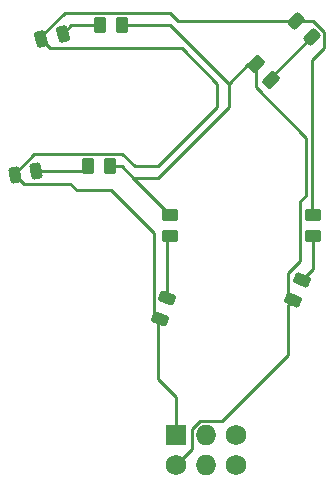
<source format=gbl>
G04 #@! TF.GenerationSoftware,KiCad,Pcbnew,(6.0.10-0)*
G04 #@! TF.CreationDate,2023-06-21T21:42:54+02:00*
G04 #@! TF.ProjectId,SwiftLeeds,53776966-744c-4656-9564-732e6b696361,rev?*
G04 #@! TF.SameCoordinates,Original*
G04 #@! TF.FileFunction,Copper,L2,Bot*
G04 #@! TF.FilePolarity,Positive*
%FSLAX46Y46*%
G04 Gerber Fmt 4.6, Leading zero omitted, Abs format (unit mm)*
G04 Created by KiCad (PCBNEW (6.0.10-0)) date 2023-06-21 21:42:54*
%MOMM*%
%LPD*%
G01*
G04 APERTURE LIST*
G04 Aperture macros list*
%AMRoundRect*
0 Rectangle with rounded corners*
0 $1 Rounding radius*
0 $2 $3 $4 $5 $6 $7 $8 $9 X,Y pos of 4 corners*
0 Add a 4 corners polygon primitive as box body*
4,1,4,$2,$3,$4,$5,$6,$7,$8,$9,$2,$3,0*
0 Add four circle primitives for the rounded corners*
1,1,$1+$1,$2,$3*
1,1,$1+$1,$4,$5*
1,1,$1+$1,$6,$7*
1,1,$1+$1,$8,$9*
0 Add four rect primitives between the rounded corners*
20,1,$1+$1,$2,$3,$4,$5,0*
20,1,$1+$1,$4,$5,$6,$7,0*
20,1,$1+$1,$6,$7,$8,$9,0*
20,1,$1+$1,$8,$9,$2,$3,0*%
G04 Aperture macros list end*
G04 #@! TA.AperFunction,ComponentPad*
%ADD10R,1.727200X1.727200*%
G04 #@! TD*
G04 #@! TA.AperFunction,ComponentPad*
%ADD11C,1.727200*%
G04 #@! TD*
G04 #@! TA.AperFunction,ComponentPad*
%ADD12O,1.727200X1.727200*%
G04 #@! TD*
G04 #@! TA.AperFunction,SMDPad,CuDef*
%ADD13RoundRect,0.243750X0.117358X0.503791X-0.353531X0.377617X-0.117358X-0.503791X0.353531X-0.377617X0*%
G04 #@! TD*
G04 #@! TA.AperFunction,SMDPad,CuDef*
%ADD14RoundRect,0.250000X0.262500X0.450000X-0.262500X0.450000X-0.262500X-0.450000X0.262500X-0.450000X0*%
G04 #@! TD*
G04 #@! TA.AperFunction,SMDPad,CuDef*
%ADD15RoundRect,0.243750X0.324740X-0.402644X0.515221X0.046102X-0.324740X0.402644X-0.515221X-0.046102X0*%
G04 #@! TD*
G04 #@! TA.AperFunction,SMDPad,CuDef*
%ADD16RoundRect,0.243750X0.160820X0.491645X-0.319274X0.406992X-0.160820X-0.491645X0.319274X-0.406992X0*%
G04 #@! TD*
G04 #@! TA.AperFunction,SMDPad,CuDef*
%ADD17RoundRect,0.250000X-0.503814X-0.132583X-0.132583X-0.503814X0.503814X0.132583X0.132583X0.503814X0*%
G04 #@! TD*
G04 #@! TA.AperFunction,SMDPad,CuDef*
%ADD18RoundRect,0.243750X-0.345367X0.385097X-0.512102X-0.073003X0.345367X-0.385097X0.512102X0.073003X0*%
G04 #@! TD*
G04 #@! TA.AperFunction,SMDPad,CuDef*
%ADD19RoundRect,0.243750X0.494975X0.150260X0.150260X0.494975X-0.494975X-0.150260X-0.150260X-0.494975X0*%
G04 #@! TD*
G04 #@! TA.AperFunction,SMDPad,CuDef*
%ADD20RoundRect,0.250000X0.450000X-0.262500X0.450000X0.262500X-0.450000X0.262500X-0.450000X-0.262500X0*%
G04 #@! TD*
G04 #@! TA.AperFunction,SMDPad,CuDef*
%ADD21RoundRect,0.250000X-0.450000X0.262500X-0.450000X-0.262500X0.450000X-0.262500X0.450000X0.262500X0*%
G04 #@! TD*
G04 #@! TA.AperFunction,Conductor*
%ADD22C,0.250000*%
G04 #@! TD*
G04 APERTURE END LIST*
D10*
X164520000Y-92750000D03*
D11*
X164520000Y-95290000D03*
D12*
X167060000Y-92750000D03*
X167060000Y-95290000D03*
D11*
X169600000Y-92750000D03*
X169600000Y-95290000D03*
D13*
X153094445Y-59242643D03*
X154905555Y-58757357D03*
D14*
X158912500Y-70000000D03*
X157087500Y-70000000D03*
D15*
X174426350Y-81332985D03*
X175158970Y-79607039D03*
D16*
X152693084Y-70355906D03*
X150846570Y-70681496D03*
D17*
X171267265Y-61354765D03*
X172557735Y-62645235D03*
D18*
X163138610Y-82880962D03*
X163779898Y-81119038D03*
D19*
X176000000Y-59000000D03*
X174674174Y-57674174D03*
D20*
X176125000Y-75912500D03*
X176125000Y-74087500D03*
D14*
X159912500Y-58000000D03*
X158087500Y-58000000D03*
D21*
X164000000Y-74087500D03*
X164000000Y-75912500D03*
D22*
X175550000Y-67550000D02*
X175550000Y-72450000D01*
X171267265Y-61354765D02*
X171267265Y-63267265D01*
X171267265Y-63267265D02*
X175550000Y-67550000D01*
X176000000Y-59000000D02*
X172557735Y-62442265D01*
X172557735Y-62442265D02*
X172557735Y-62645235D01*
X174674174Y-57674174D02*
X176123743Y-57674174D01*
X176123743Y-57674174D02*
X177063725Y-58614156D01*
X177063725Y-58614156D02*
X177063725Y-59936275D01*
X175000000Y-78000000D02*
X174000000Y-79000000D01*
X174000000Y-79000000D02*
X174000000Y-80906635D01*
X175000000Y-73000000D02*
X175000000Y-78000000D01*
X174000000Y-80906635D02*
X174426350Y-81332985D01*
X175550000Y-72450000D02*
X175000000Y-73000000D01*
X175158970Y-79607039D02*
X176125000Y-78641009D01*
X176125000Y-78641009D02*
X176125000Y-75912500D01*
X164520000Y-95290000D02*
X165871400Y-93938600D01*
X165871400Y-92257665D02*
X166567665Y-91561400D01*
X166567665Y-91561400D02*
X168438600Y-91561400D01*
X168438600Y-91561400D02*
X174000000Y-86000000D01*
X165871400Y-93938600D02*
X165871400Y-92257665D01*
X174000000Y-86000000D02*
X174000000Y-81759335D01*
X174000000Y-81759335D02*
X174426350Y-81332985D01*
X175000000Y-79448069D02*
X175158970Y-79607039D01*
X169000000Y-63000000D02*
X170645235Y-61354765D01*
X170645235Y-61354765D02*
X171267265Y-61354765D01*
X159912500Y-58000000D02*
X164000000Y-58000000D01*
X164000000Y-58000000D02*
X169000000Y-63000000D01*
X154905555Y-58757357D02*
X155662912Y-58000000D01*
X155662912Y-58000000D02*
X158087500Y-58000000D01*
X169000000Y-65000000D02*
X169000000Y-63000000D01*
X160956250Y-71043750D02*
X164000000Y-74087500D01*
X160956250Y-71043750D02*
X161000000Y-71000000D01*
X161000000Y-71000000D02*
X163000000Y-71000000D01*
X159912500Y-70000000D02*
X160956250Y-71043750D01*
X163000000Y-71000000D02*
X169000000Y-65000000D01*
X158912500Y-70000000D02*
X159912500Y-70000000D01*
X152693084Y-70355906D02*
X156731594Y-70355906D01*
X156731594Y-70355906D02*
X157087500Y-70000000D01*
X163138610Y-82880962D02*
X162652771Y-82395123D01*
X162652771Y-82395123D02*
X162652771Y-75652771D01*
X162652771Y-75652771D02*
X159000000Y-72000000D01*
X156102862Y-72000000D02*
X155551431Y-71448569D01*
X159000000Y-72000000D02*
X156102862Y-72000000D01*
X155551431Y-71448569D02*
X151613643Y-71448569D01*
X151613643Y-71448569D02*
X150846570Y-70681496D01*
X163779898Y-81119038D02*
X163779898Y-76132602D01*
X163779898Y-76132602D02*
X164000000Y-75912500D01*
X161000000Y-70000000D02*
X163000000Y-70000000D01*
X164674174Y-57674174D02*
X174674174Y-57674174D01*
X163000000Y-88000000D02*
X163000000Y-83019572D01*
X168000000Y-65000000D02*
X168000000Y-63000000D01*
X153094445Y-59242643D02*
X153094445Y-58974162D01*
X153094445Y-58974162D02*
X155093607Y-56975000D01*
X165000000Y-60000000D02*
X153851802Y-60000000D01*
X152497755Y-68975000D02*
X159975000Y-68975000D01*
X150846570Y-70681496D02*
X150846570Y-70626185D01*
X150846570Y-70626185D02*
X152497755Y-68975000D01*
X153851802Y-60000000D02*
X153094445Y-59242643D01*
X159975000Y-68975000D02*
X161000000Y-70000000D01*
X163975000Y-56975000D02*
X164674174Y-57674174D01*
X163000000Y-83019572D02*
X163138610Y-82880962D01*
X155093607Y-56975000D02*
X163975000Y-56975000D01*
X164520000Y-89520000D02*
X163000000Y-88000000D01*
X163000000Y-70000000D02*
X168000000Y-65000000D01*
X168000000Y-63000000D02*
X165000000Y-60000000D01*
X176000000Y-73962500D02*
X176125000Y-74087500D01*
X177063725Y-59936275D02*
X176000000Y-61000000D01*
X176000000Y-61000000D02*
X176000000Y-73962500D01*
X164520000Y-92750000D02*
X164520000Y-89520000D01*
M02*

</source>
